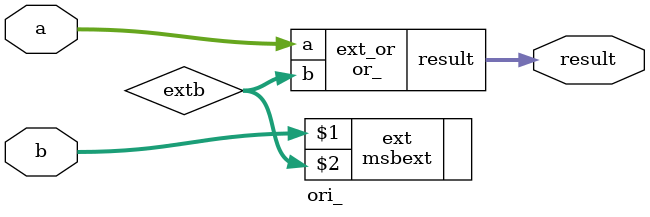
<source format=v>
module and_(a,b,result);
  input [31:0] a,b;
  output [31:0] result;
  assign result = a && b;
endmodule

module nor_(a,b,result);
  input[31:0] a,b;
  output[31:0] result;
  assign result = ~(a|b);
endmodule

module or_(a,b,result);
  input [31:0] a,b;
  output [31:0] result;
  assign result = a | b;
endmodule

module xor_(a,b,result);
  input[31:0] a,b;
  output[31:0] result;
  assign result = a ^ b;
endmodule

module ori_(a,b,result);
  input[31:0] a;
  input[15:0] b;
  output[31:0] result;
  wire[31:0] extb;
  msbext ext(b,extb);
  or_ ext_or(a,extb,result);
endmodule

</source>
